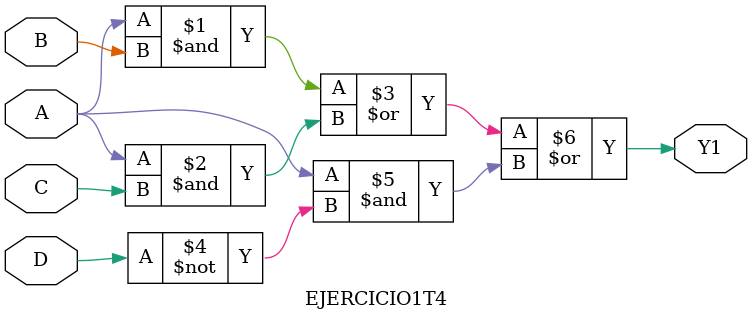
<source format=v>
 

module EJERCICIO2T1(input wire A, B, C, D, output wire Y1);

  wire NB, NC, ND, A1, A2, A3, A4;

  not (NB, B);
  not (NC, C);
  not (ND, D);
  or  (Y1, A1, A2, A3, A4);
    and (A1, A, NB);
  and (A2, A, NC);
  and (A3, A, ND);
  and (A4, NB, NC, ND);

endmodule


module EJERCICIO2T2(input wire A, B, C, output wire Y1);

  wire NB;

  not (NB, B);
  or  (Y1, NB, C);

endmodule

module EJERCICIO2T3(input wire A, B, C, D, output wire Y1);

  wire NC, A1, A2;

  not (NC, C);
  or  (Y1, A1, A2, B);
  and (A1, NC, D);
  and (A2, A, D);

endmodule

module EJERCICIO2T4(input wire A, B, C, output wire Y1);

  wire NA, NC, A1;

  not (NA, A);
  not (NC, C);
  or  (Y1, A1, B);
  and (A1, NA, NC);

endmodule

module EJERCICIO1T1(input wire A, B, C, output wire Y1);

  assign Y1 = (A&C)|(A&~B)|(~A&~C);

endmodule


module EJERCICIO1T2(input wire A, B, C, output wire Y1);

  assign Y1 = ~B;

endmodule


module EJERCICIO1T3(input wire A, B, C, D, output wire Y1);

  assign Y1 = (~A&~B&~C&~D)|(A&B&~C&~D)|(~A&B&~C&D)|(A&~B&~C&D)|(~A&~B&C&D)|(A&B&C&D)|(~A&B&C&~D)|(A&~B&C&~D);

endmodule

module EJERCICIO1T4(input wire A, B, C, D, output wire Y1);

  assign Y1 = (A&B)|(A&C)|(A&~D);

endmodule



</source>
